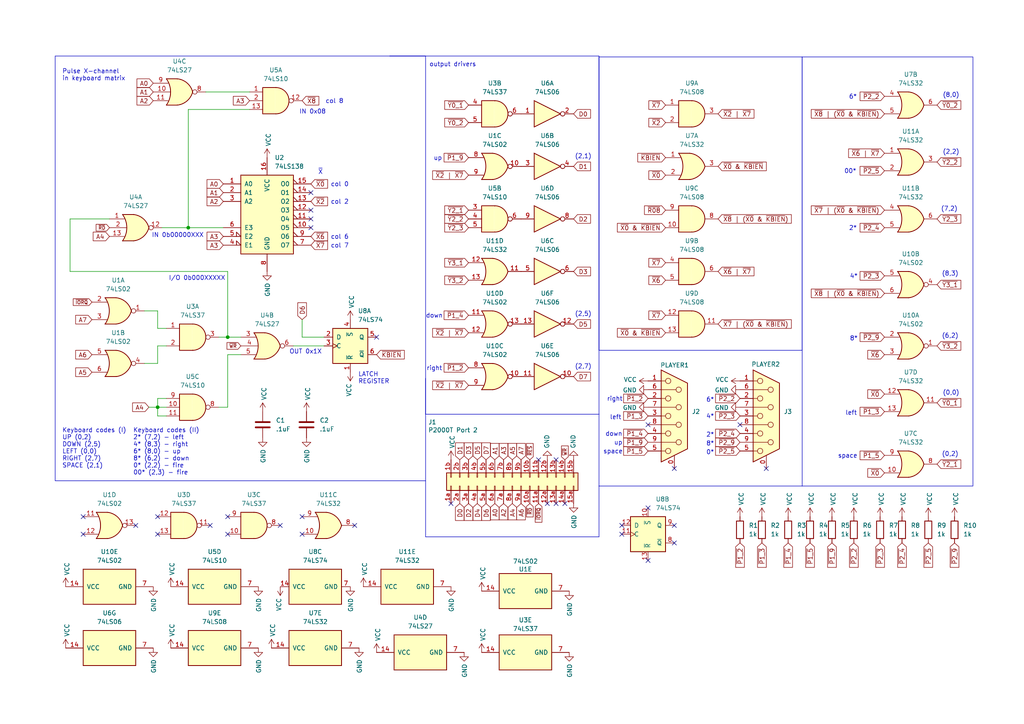
<source format=kicad_sch>
(kicad_sch (version 20231120) (generator "eeschema") (generator_version "8.0")
  (paper "A4")
  (title_block (title "P2000T Joystick Cartridge (PORT 2) - Original design") (date "2025-01-16") (rev "0") (comment 1 "Outdated design using LS-chips - Not recommended"))
  (lib_symbols
    (symbol "74xx:74LS02" (pin_names (offset 1.016))
      (property "Reference" "U" (at 0 1.27 0))
      (property "Value" "74LS02" (at 0 -1.27 0))
      (symbol "74LS02_1_1"
        (pin output inverted (at 7.62 0 180) (length 3.81) (name "~") (number "1"))
        (pin input line (at -7.62 2.54 0) (length 4.318) (name "~") (number "2"))
        (pin input line (at -7.62 -2.54 0) (length 4.318) (name "~") (number "3"))
      )
      (symbol "74LS02_1_2"
        (pin output line (at 7.62 0 180) (length 3.81) (name "~") (number "1"))
        (pin input inverted (at -7.62 2.54 0) (length 3.81) (name "~") (number "2"))
        (pin input inverted (at -7.62 -2.54 0) (length 3.81) (name "~") (number "3"))
      )
      (symbol "74LS02_2_1"
        (pin output inverted (at 7.62 0 180) (length 3.81) (name "~") (number "4"))
        (pin input line (at -7.62 2.54 0) (length 4.318) (name "~") (number "5"))
        (pin input line (at -7.62 -2.54 0) (length 4.318) (name "~") (number "6"))
      )
      (symbol "74LS02_2_2"
        (pin output line (at 7.62 0 180) (length 3.81) (name "~") (number "4"))
        (pin input inverted (at -7.62 2.54 0) (length 3.81) (name "~") (number "5"))
        (pin input inverted (at -7.62 -2.54 0) (length 3.81) (name "~") (number "6"))
      )
      (symbol "74LS02_3_1"
        (pin output inverted (at 7.62 0 180) (length 3.81) (name "~") (number "10"))
        (pin input line (at -7.62 2.54 0) (length 4.318) (name "~") (number "8"))
        (pin input line (at -7.62 -2.54 0) (length 4.318) (name "~") (number "9"))
      )
      (symbol "74LS02_3_2"
        (pin output line (at 7.62 0 180) (length 3.81) (name "~") (number "10"))
        (pin input inverted (at -7.62 2.54 0) (length 3.81) (name "~") (number "8"))
        (pin input inverted (at -7.62 -2.54 0) (length 3.81) (name "~") (number "9"))
      )
      (symbol "74LS02_4_1"
        (pin input line (at -7.62 2.54 0) (length 4.318) (name "~") (number "11"))
        (pin input line (at -7.62 -2.54 0) (length 4.318) (name "~") (number "12"))
        (pin output inverted (at 7.62 0 180) (length 3.81) (name "~") (number "13"))
      )
      (symbol "74LS02_4_2"
        (pin input inverted (at -7.62 2.54 0) (length 3.81) (name "~") (number "11"))
        (pin input inverted (at -7.62 -2.54 0) (length 3.81) (name "~") (number "12"))
        (pin output line (at 7.62 0 180) (length 3.81) (name "~") (number "13"))
      )
      (symbol "74LS02_5_0"
        (pin power_in line (at 0 12.7 270) (length 5.08) (name "VCC") (number "14"))
        (pin power_in line (at 0 -12.7 90) (length 5.08) (name "GND") (number "7"))
      )
    )
    (symbol "74xx:74LS06" (pin_names (offset 1.016))
      (property "Reference" "U" (at 0 1.27 0))
      (property "Value" "74LS06" (at 0 -1.27 0))
      (symbol "74LS06_1_0"
        (pin input line (at -7.62 0 0) (length 3.81) (name "~") (number "1"))
        (pin open_collector inverted (at 7.62 0 180) (length 3.81) (name "~") (number "2"))
      )
      (symbol "74LS06_2_0"
        (pin input line (at -7.62 0 0) (length 3.81) (name "~") (number "3"))
        (pin open_collector inverted (at 7.62 0 180) (length 3.81) (name "~") (number "4"))
      )
      (symbol "74LS06_3_0"
        (pin input line (at -7.62 0 0) (length 3.81) (name "~") (number "5"))
        (pin open_collector inverted (at 7.62 0 180) (length 3.81) (name "~") (number "6"))
      )
      (symbol "74LS06_4_0"
        (pin open_collector inverted (at 7.62 0 180) (length 3.81) (name "~") (number "8"))
        (pin input line (at -7.62 0 0) (length 3.81) (name "~") (number "9"))
      )
      (symbol "74LS06_5_0"
        (pin open_collector inverted (at 7.62 0 180) (length 3.81) (name "~") (number "10"))
        (pin input line (at -7.62 0 0) (length 3.81) (name "~") (number "11"))
      )
      (symbol "74LS06_6_0"
        (pin open_collector inverted (at 7.62 0 180) (length 3.81) (name "~") (number "12"))
        (pin input line (at -7.62 0 0) (length 3.81) (name "~") (number "13"))
      )
      (symbol "74LS06_7_0"
        (pin power_in line (at 0 12.7 270) (length 5.08) (name "VCC") (number "14"))
        (pin power_in line (at 0 -12.7 90) (length 5.08) (name "GND") (number "7"))
      )
    )
    (symbol "74xx:74LS08" (pin_names (offset 1.016))
      (property "Reference" "U" (at 0 1.27 0))
      (property "Value" "74LS08" (at 0 -1.27 0))
      (symbol "74LS08_1_1"
        (pin input line (at -7.62 2.54 0) (length 3.81) (name "~") (number "1"))
        (pin input line (at -7.62 -2.54 0) (length 3.81) (name "~") (number "2"))
        (pin output line (at 7.62 0 180) (length 3.81) (name "~") (number "3"))
      )
      (symbol "74LS08_1_2"
        (pin input inverted (at -7.62 2.54 0) (length 4.318) (name "~") (number "1"))
        (pin input inverted (at -7.62 -2.54 0) (length 4.318) (name "~") (number "2"))
        (pin output inverted (at 7.62 0 180) (length 3.81) (name "~") (number "3"))
      )
      (symbol "74LS08_2_1"
        (pin input line (at -7.62 2.54 0) (length 3.81) (name "~") (number "4"))
        (pin input line (at -7.62 -2.54 0) (length 3.81) (name "~") (number "5"))
        (pin output line (at 7.62 0 180) (length 3.81) (name "~") (number "6"))
      )
      (symbol "74LS08_2_2"
        (pin input inverted (at -7.62 2.54 0) (length 4.318) (name "~") (number "4"))
        (pin input inverted (at -7.62 -2.54 0) (length 4.318) (name "~") (number "5"))
        (pin output inverted (at 7.62 0 180) (length 3.81) (name "~") (number "6"))
      )
      (symbol "74LS08_3_1"
        (pin input line (at -7.62 -2.54 0) (length 3.81) (name "~") (number "10"))
        (pin output line (at 7.62 0 180) (length 3.81) (name "~") (number "8"))
        (pin input line (at -7.62 2.54 0) (length 3.81) (name "~") (number "9"))
      )
      (symbol "74LS08_3_2"
        (pin input inverted (at -7.62 -2.54 0) (length 4.318) (name "~") (number "10"))
        (pin output inverted (at 7.62 0 180) (length 3.81) (name "~") (number "8"))
        (pin input inverted (at -7.62 2.54 0) (length 4.318) (name "~") (number "9"))
      )
      (symbol "74LS08_4_1"
        (pin output line (at 7.62 0 180) (length 3.81) (name "~") (number "11"))
        (pin input line (at -7.62 2.54 0) (length 3.81) (name "~") (number "12"))
        (pin input line (at -7.62 -2.54 0) (length 3.81) (name "~") (number "13"))
      )
      (symbol "74LS08_4_2"
        (pin output inverted (at 7.62 0 180) (length 3.81) (name "~") (number "11"))
        (pin input inverted (at -7.62 2.54 0) (length 4.318) (name "~") (number "12"))
        (pin input inverted (at -7.62 -2.54 0) (length 4.318) (name "~") (number "13"))
      )
      (symbol "74LS08_5_0"
        (pin power_in line (at 0 12.7 270) (length 5.08) (name "VCC") (number "14"))
        (pin power_in line (at 0 -12.7 90) (length 5.08) (name "GND") (number "7"))
      )
    )
    (symbol "74xx:74LS10" (pin_names (offset 1.016))
      (property "Reference" "U" (at 0 1.27 0))
      (property "Value" "74LS10" (at 0 -1.27 0))
      (symbol "74LS10_1_1"
        (pin input line (at -7.62 2.54 0) (length 3.81) (name "~") (number "1"))
        (pin output inverted (at 7.62 0 180) (length 3.81) (name "~") (number "12"))
        (pin input line (at -7.62 -2.54 0) (length 3.81) (name "~") (number "13"))
        (pin input line (at -7.62 0 0) (length 3.81) (name "~") (number "2"))
      )
      (symbol "74LS10_1_2"
        (pin input inverted (at -7.62 2.54 0) (length 4.318) (name "~") (number "1"))
        (pin output line (at 7.62 0 180) (length 3.81) (name "~") (number "12"))
        (pin input inverted (at -7.62 -2.54 0) (length 4.318) (name "~") (number "13"))
        (pin input inverted (at -7.62 0 0) (length 4.953) (name "~") (number "2"))
      )
      (symbol "74LS10_2_1"
        (pin input line (at -7.62 2.54 0) (length 3.81) (name "~") (number "3"))
        (pin input line (at -7.62 0 0) (length 3.81) (name "~") (number "4"))
        (pin input line (at -7.62 -2.54 0) (length 3.81) (name "~") (number "5"))
        (pin output inverted (at 7.62 0 180) (length 3.81) (name "~") (number "6"))
      )
      (symbol "74LS10_2_2"
        (pin input inverted (at -7.62 2.54 0) (length 4.318) (name "~") (number "3"))
        (pin input inverted (at -7.62 0 0) (length 4.953) (name "~") (number "4"))
        (pin input inverted (at -7.62 -2.54 0) (length 4.318) (name "~") (number "5"))
        (pin output line (at 7.62 0 180) (length 3.81) (name "~") (number "6"))
      )
      (symbol "74LS10_3_1"
        (pin input line (at -7.62 0 0) (length 3.81) (name "~") (number "10"))
        (pin input line (at -7.62 -2.54 0) (length 3.81) (name "~") (number "11"))
        (pin output inverted (at 7.62 0 180) (length 3.81) (name "~") (number "8"))
        (pin input line (at -7.62 2.54 0) (length 3.81) (name "~") (number "9"))
      )
      (symbol "74LS10_3_2"
        (pin input inverted (at -7.62 0 0) (length 4.953) (name "~") (number "10"))
        (pin input inverted (at -7.62 -2.54 0) (length 4.318) (name "~") (number "11"))
        (pin output line (at 7.62 0 180) (length 3.81) (name "~") (number "8"))
        (pin input inverted (at -7.62 2.54 0) (length 4.318) (name "~") (number "9"))
      )
      (symbol "74LS10_4_0"
        (pin power_in line (at 0 12.7 270) (length 5.08) (name "VCC") (number "14"))
        (pin power_in line (at 0 -12.7 90) (length 5.08) (name "GND") (number "7"))
      )
    )
    (symbol "74xx:74LS138" (pin_names (offset 1.016))
      (property "Reference" "U" (at -7.62 11.43 0))
      (property "Value" "74LS138" (at -7.62 -13.97 0))
      (symbol "74LS138_1_0"
        (pin input line (at -12.7 7.62 0) (length 5.08) (name "A0") (number "1"))
        (pin output output_low (at 12.7 -5.08 180) (length 5.08) (name "O5") (number "10"))
        (pin output output_low (at 12.7 -2.54 180) (length 5.08) (name "O4") (number "11"))
        (pin output output_low (at 12.7 0 180) (length 5.08) (name "O3") (number "12"))
        (pin output output_low (at 12.7 2.54 180) (length 5.08) (name "O2") (number "13"))
        (pin output output_low (at 12.7 5.08 180) (length 5.08) (name "O1") (number "14"))
        (pin output output_low (at 12.7 7.62 180) (length 5.08) (name "O0") (number "15"))
        (pin power_in line (at 0 15.24 270) (length 5.08) (name "VCC") (number "16"))
        (pin input line (at -12.7 5.08 0) (length 5.08) (name "A1") (number "2"))
        (pin input line (at -12.7 2.54 0) (length 5.08) (name "A2") (number "3"))
        (pin input input_low (at -12.7 -10.16 0) (length 5.08) (name "E1") (number "4"))
        (pin input input_low (at -12.7 -7.62 0) (length 5.08) (name "E2") (number "5"))
        (pin input line (at -12.7 -5.08 0) (length 5.08) (name "E3") (number "6"))
        (pin output output_low (at 12.7 -10.16 180) (length 5.08) (name "O7") (number "7"))
        (pin power_in line (at 0 -17.78 90) (length 5.08) (name "GND") (number "8"))
        (pin output output_low (at 12.7 -7.62 180) (length 5.08) (name "O6") (number "9"))
      )
    )
    (symbol "74xx:74LS27" (pin_names (offset 1.016))
      (property "Reference" "U" (at 0 1.27 0))
      (property "Value" "74LS27" (at 0 -1.27 0))
      (symbol "74LS27_1_1"
        (pin input line (at -7.62 2.54 0) (length 4.318) (name "~") (number "1"))
        (pin output inverted (at 7.62 0 180) (length 3.81) (name "~") (number "12"))
        (pin input line (at -7.62 -2.54 0) (length 4.318) (name "~") (number "13"))
        (pin input line (at -7.62 0 0) (length 4.953) (name "~") (number "2"))
      )
      (symbol "74LS27_1_2"
        (pin input inverted (at -7.62 2.54 0) (length 3.81) (name "~") (number "1"))
        (pin output line (at 7.62 0 180) (length 3.81) (name "~") (number "12"))
        (pin input inverted (at -7.62 -2.54 0) (length 3.81) (name "~") (number "13"))
        (pin input inverted (at -7.62 0 0) (length 3.81) (name "~") (number "2"))
      )
      (symbol "74LS27_2_1"
        (pin input line (at -7.62 2.54 0) (length 4.318) (name "~") (number "3"))
        (pin input line (at -7.62 0 0) (length 4.953) (name "~") (number "4"))
        (pin input line (at -7.62 -2.54 0) (length 4.318) (name "~") (number "5"))
        (pin output inverted (at 7.62 0 180) (length 3.81) (name "~") (number "6"))
      )
      (symbol "74LS27_2_2"
        (pin input inverted (at -7.62 2.54 0) (length 3.81) (name "~") (number "3"))
        (pin input inverted (at -7.62 0 0) (length 3.81) (name "~") (number "4"))
        (pin input inverted (at -7.62 -2.54 0) (length 3.81) (name "~") (number "5"))
        (pin output line (at 7.62 0 180) (length 3.81) (name "~") (number "6"))
      )
      (symbol "74LS27_3_1"
        (pin input line (at -7.62 0 0) (length 4.953) (name "~") (number "10"))
        (pin input line (at -7.62 -2.54 0) (length 4.318) (name "~") (number "11"))
        (pin output inverted (at 7.62 0 180) (length 3.81) (name "~") (number "8"))
        (pin input line (at -7.62 2.54 0) (length 4.318) (name "~") (number "9"))
      )
      (symbol "74LS27_3_2"
        (pin input inverted (at -7.62 0 0) (length 3.81) (name "~") (number "10"))
        (pin input inverted (at -7.62 -2.54 0) (length 3.81) (name "~") (number "11"))
        (pin output line (at 7.62 0 180) (length 3.81) (name "~") (number "8"))
        (pin input inverted (at -7.62 2.54 0) (length 3.81) (name "~") (number "9"))
      )
      (symbol "74LS27_4_0"
        (pin power_in line (at 0 12.7 270) (length 5.08) (name "VCC") (number "14"))
        (pin power_in line (at 0 -12.7 90) (length 5.08) (name "GND") (number "7"))
      )
    )
    (symbol "74xx:74LS32" (pin_names (offset 1.016))
      (property "Reference" "U" (at 0 1.27 0))
      (property "Value" "74LS32" (at 0 -1.27 0))
      (symbol "74LS32_1_1"
        (pin input line (at -7.62 2.54 0) (length 4.318) (name "~") (number "1"))
        (pin input line (at -7.62 -2.54 0) (length 4.318) (name "~") (number "2"))
        (pin output line (at 7.62 0 180) (length 3.81) (name "~") (number "3"))
      )
      (symbol "74LS32_1_2"
        (pin input inverted (at -7.62 2.54 0) (length 3.81) (name "~") (number "1"))
        (pin input inverted (at -7.62 -2.54 0) (length 3.81) (name "~") (number "2"))
        (pin output inverted (at 7.62 0 180) (length 3.81) (name "~") (number "3"))
      )
      (symbol "74LS32_2_1"
        (pin input line (at -7.62 2.54 0) (length 4.318) (name "~") (number "4"))
        (pin input line (at -7.62 -2.54 0) (length 4.318) (name "~") (number "5"))
        (pin output line (at 7.62 0 180) (length 3.81) (name "~") (number "6"))
      )
      (symbol "74LS32_2_2"
        (pin input inverted (at -7.62 2.54 0) (length 3.81) (name "~") (number "4"))
        (pin input inverted (at -7.62 -2.54 0) (length 3.81) (name "~") (number "5"))
        (pin output inverted (at 7.62 0 180) (length 3.81) (name "~") (number "6"))
      )
      (symbol "74LS32_3_1"
        (pin input line (at -7.62 -2.54 0) (length 4.318) (name "~") (number "10"))
        (pin output line (at 7.62 0 180) (length 3.81) (name "~") (number "8"))
        (pin input line (at -7.62 2.54 0) (length 4.318) (name "~") (number "9"))
      )
      (symbol "74LS32_3_2"
        (pin input inverted (at -7.62 -2.54 0) (length 3.81) (name "~") (number "10"))
        (pin output inverted (at 7.62 0 180) (length 3.81) (name "~") (number "8"))
        (pin input inverted (at -7.62 2.54 0) (length 3.81) (name "~") (number "9"))
      )
      (symbol "74LS32_4_1"
        (pin output line (at 7.62 0 180) (length 3.81) (name "~") (number "11"))
        (pin input line (at -7.62 2.54 0) (length 4.318) (name "~") (number "12"))
        (pin input line (at -7.62 -2.54 0) (length 4.318) (name "~") (number "13"))
      )
      (symbol "74LS32_4_2"
        (pin output inverted (at 7.62 0 180) (length 3.81) (name "~") (number "11"))
        (pin input inverted (at -7.62 2.54 0) (length 3.81) (name "~") (number "12"))
        (pin input inverted (at -7.62 -2.54 0) (length 3.81) (name "~") (number "13"))
      )
      (symbol "74LS32_5_0"
        (pin power_in line (at 0 12.7 270) (length 5.08) (name "VCC") (number "14"))
        (pin power_in line (at 0 -12.7 90) (length 5.08) (name "GND") (number "7"))
      )
    )
    (symbol "74xx:74LS37" (pin_names (offset 1.016))
      (property "Reference" "U" (at 0 1.27 0))
      (property "Value" "74LS37" (at 0 -1.27 0))
      (symbol "74LS37_1_1"
        (pin input line (at -7.62 2.54 0) (length 3.81) (name "~") (number "1"))
        (pin input line (at -7.62 -2.54 0) (length 3.81) (name "~") (number "2"))
        (pin output inverted (at 7.62 0 180) (length 3.81) (name "~") (number "3"))
      )
      (symbol "74LS37_1_2"
        (pin input inverted (at -7.62 2.54 0) (length 4.318) (name "~") (number "1"))
        (pin input inverted (at -7.62 -2.54 0) (length 4.318) (name "~") (number "2"))
        (pin output line (at 7.62 0 180) (length 3.81) (name "~") (number "3"))
      )
      (symbol "74LS37_2_1"
        (pin input line (at -7.62 2.54 0) (length 3.81) (name "~") (number "4"))
        (pin input line (at -7.62 -2.54 0) (length 3.81) (name "~") (number "5"))
        (pin output inverted (at 7.62 0 180) (length 3.81) (name "~") (number "6"))
      )
      (symbol "74LS37_2_2"
        (pin input inverted (at -7.62 2.54 0) (length 4.318) (name "~") (number "4"))
        (pin input inverted (at -7.62 -2.54 0) (length 4.318) (name "~") (number "5"))
        (pin output line (at 7.62 0 180) (length 3.81) (name "~") (number "6"))
      )
      (symbol "74LS37_3_1"
        (pin input line (at -7.62 -2.54 0) (length 3.81) (name "~") (number "10"))
        (pin output inverted (at 7.62 0 180) (length 3.81) (name "~") (number "8"))
        (pin input line (at -7.62 2.54 0) (length 3.81) (name "~") (number "9"))
      )
      (symbol "74LS37_3_2"
        (pin input inverted (at -7.62 -2.54 0) (length 4.318) (name "~") (number "10"))
        (pin output line (at 7.62 0 180) (length 3.81) (name "~") (number "8"))
        (pin input inverted (at -7.62 2.54 0) (length 4.318) (name "~") (number "9"))
      )
      (symbol "74LS37_4_1"
        (pin output inverted (at 7.62 0 180) (length 3.81) (name "~") (number "11"))
        (pin input line (at -7.62 2.54 0) (length 3.81) (name "~") (number "12"))
        (pin input line (at -7.62 -2.54 0) (length 3.81) (name "~") (number "13"))
      )
      (symbol "74LS37_4_2"
        (pin output line (at 7.62 0 180) (length 3.81) (name "~") (number "11"))
        (pin input inverted (at -7.62 2.54 0) (length 4.318) (name "~") (number "12"))
        (pin input inverted (at -7.62 -2.54 0) (length 4.318) (name "~") (number "13"))
      )
      (symbol "74LS37_5_0"
        (pin power_in line (at 0 12.7 270) (length 5.08) (name "VCC") (number "14"))
        (pin power_in line (at 0 -12.7 90) (length 5.08) (name "GND") (number "7"))
      )
    )
    (symbol "74xx:74LS74" (pin_names (offset 1.016))
      (property "Reference" "U" (at -7.62 8.89 0))
      (property "Value" "74LS74" (at -7.62 -8.89 0))
      (symbol "74LS74_1_0"
        (pin input line (at 0 -7.62 90) (length 2.54) (name "~{R}") (number "1"))
        (pin input line (at -7.62 2.54 0) (length 2.54) (name "D") (number "2"))
        (pin input clock (at -7.62 0 0) (length 2.54) (name "C") (number "3"))
        (pin input line (at 0 7.62 270) (length 2.54) (name "~{S}") (number "4"))
        (pin output line (at 7.62 2.54 180) (length 2.54) (name "Q") (number "5"))
        (pin output line (at 7.62 -2.54 180) (length 2.54) (name "~{Q}") (number "6"))
      )
      (symbol "74LS74_2_0"
        (pin input line (at 0 7.62 270) (length 2.54) (name "~{S}") (number "10"))
        (pin input clock (at -7.62 0 0) (length 2.54) (name "C") (number "11"))
        (pin input line (at -7.62 2.54 0) (length 2.54) (name "D") (number "12"))
        (pin input line (at 0 -7.62 90) (length 2.54) (name "~{R}") (number "13"))
        (pin output line (at 7.62 -2.54 180) (length 2.54) (name "~{Q}") (number "8"))
        (pin output line (at 7.62 2.54 180) (length 2.54) (name "Q") (number "9"))
      )
      (symbol "74LS74_3_0"
        (pin power_in line (at 0 10.16 270) (length 2.54) (name "VCC") (number "14"))
        (pin power_in line (at 0 -10.16 90) (length 2.54) (name "GND") (number "7"))
      )
    )
    (symbol "Connector:DE9_Receptacle_MountingHoles" (pin_names (offset 1.016) hide)
      (property "Reference" "J" (at 0 16.51 0))
      (property "Value" "DE9_Receptacle_MountingHoles" (at 0 14.605 0))
      (symbol "DE9_Receptacle_MountingHoles_1_1"
        (pin passive line (at 0 -15.24 90) (length 3.81) (name "PAD") (number "0"))
        (pin passive line (at -7.62 10.16 0) (length 3.81) (name "1") (number "1"))
        (pin passive line (at -7.62 5.08 0) (length 3.81) (name "2") (number "2"))
        (pin passive line (at -7.62 0 0) (length 3.81) (name "3") (number "3"))
        (pin passive line (at -7.62 -5.08 0) (length 3.81) (name "4") (number "4"))
        (pin passive line (at -7.62 -10.16 0) (length 3.81) (name "5") (number "5"))
        (pin passive line (at -7.62 7.62 0) (length 3.81) (name "6") (number "6"))
        (pin passive line (at -7.62 2.54 0) (length 3.81) (name "7") (number "7"))
        (pin passive line (at -7.62 -2.54 0) (length 3.81) (name "8") (number "8"))
        (pin passive line (at -7.62 -7.62 0) (length 3.81) (name "9") (number "9"))
      )
    )
    (symbol "Connector_Generic:Conn_02x15_Row_Letter_Last" (pin_names (offset 1.016) hide)
      (property "Reference" "J" (at 1.27 20.32 0))
      (property "Value" "Conn_02x15_Row_Letter_Last" (at 1.27 -20.32 0))
      (symbol "Conn_02x15_Row_Letter_Last_1_1"
        (pin passive line (at -5.08 -5.08 0) (length 3.81) (name "Pin_10a") (number "10a"))
        (pin passive line (at 7.62 -5.08 180) (length 3.81) (name "Pin_10b") (number "10b"))
        (pin passive line (at -5.08 -7.62 0) (length 3.81) (name "Pin_11a") (number "11a"))
        (pin passive line (at 7.62 -7.62 180) (length 3.81) (name "Pin_11b") (number "11b"))
        (pin passive line (at -5.08 -10.16 0) (length 3.81) (name "Pin_12a") (number "12a"))
        (pin passive line (at 7.62 -10.16 180) (length 3.81) (name "Pin_12b") (number "12b"))
        (pin passive line (at -5.08 -12.7 0) (length 3.81) (name "Pin_13a") (number "13a"))
        (pin passive line (at 7.62 -12.7 180) (length 3.81) (name "Pin_13b") (number "13b"))
        (pin passive line (at -5.08 -15.24 0) (length 3.81) (name "Pin_14a") (number "14a"))
        (pin passive line (at 7.62 -15.24 180) (length 3.81) (name "Pin_14b") (number "14b"))
        (pin passive line (at -5.08 -17.78 0) (length 3.81) (name "Pin_15a") (number "15a"))
        (pin passive line (at 7.62 -17.78 180) (length 3.81) (name "Pin_15b") (number "15b"))
        (pin passive line (at -5.08 17.78 0) (length 3.81) (name "Pin_1a") (number "1a"))
        (pin passive line (at 7.62 17.78 180) (length 3.81) (name "Pin_1b") (number "1b"))
        (pin passive line (at -5.08 15.24 0) (length 3.81) (name "Pin_2a") (number "2a"))
        (pin passive line (at 7.62 15.24 180) (length 3.81) (name "Pin_2b") (number "2b"))
        (pin passive line (at -5.08 12.7 0) (length 3.81) (name "Pin_3a") (number "3a"))
        (pin passive line (at 7.62 12.7 180) (length 3.81) (name "Pin_3b") (number "3b"))
        (pin passive line (at -5.08 10.16 0) (length 3.81) (name "Pin_4a") (number "4a"))
        (pin passive line (at 7.62 10.16 180) (length 3.81) (name "Pin_4b") (number "4b"))
        (pin passive line (at -5.08 7.62 0) (length 3.81) (name "Pin_5a") (number "5a"))
        (pin passive line (at 7.62 7.62 180) (length 3.81) (name "Pin_5b") (number "5b"))
        (pin passive line (at -5.08 5.08 0) (length 3.81) (name "Pin_6a") (number "6a"))
        (pin passive line (at 7.62 5.08 180) (length 3.81) (name "Pin_6b") (number "6b"))
        (pin passive line (at -5.08 2.54 0) (length 3.81) (name "Pin_7a") (number "7a"))
        (pin passive line (at 7.62 2.54 180) (length 3.81) (name "Pin_7b") (number "7b"))
        (pin passive line (at -5.08 0 0) (length 3.81) (name "Pin_8a") (number "8a"))
        (pin passive line (at 7.62 0 180) (length 3.81) (name "Pin_8b") (number "8b"))
        (pin passive line (at -5.08 -2.54 0) (length 3.81) (name "Pin_9a") (number "9a"))
        (pin passive line (at 7.62 -2.54 180) (length 3.81) (name "Pin_9b") (number "9b"))
      )
    )
    (symbol "Device:C" (pin_numbers hide) (pin_names (offset 0.254))
      (property "Reference" "C" (at 0.635 2.54 0))
      (property "Value" "C" (at 0.635 -2.54 0))
      (symbol "C_1_1"
        (pin passive line (at 0 3.81 270) (length 2.794) (name "~") (number "1"))
        (pin passive line (at 0 -3.81 90) (length 2.794) (name "~") (number "2"))
      )
    )
    (symbol "Device:R" (pin_numbers hide) (pin_names (offset 0))
      (property "Reference" "R" (at 2.032 0 90))
      (property "Value" "R" (at 0 0 90))
      (symbol "R_1_1"
        (pin passive line (at 0 3.81 270) (length 1.27) (name "~") (number "1"))
        (pin passive line (at 0 -3.81 90) (length 1.27) (name "~") (number "2"))
      )
    )
    (symbol "power:GND" (power) (pin_names (offset 0))
      (property "Value" "GND" (at 0 -3.81 0))
      (symbol "GND_1_1"
        (pin power_in line (at 0 0 270) (length 0) hide (name "GND") (number "1"))
      )
    )
    (symbol "power:VCC" (power) (pin_names (offset 0))
      (property "Value" "VCC" (at 0 3.81 0))
      (symbol "VCC_1_1"
        (pin power_in line (at 0 0 90) (length 0) hide (name "VCC") (number "1"))
      )
    )
  )
  (junction (at 66.04 97.79))
  (junction (at 54.61 66.04))
  (junction (at 45.72 118.11))
  (no_connect (at 109.22 97.79))
  (no_connect (at 163.83 146.05))
  (no_connect (at 90.17 63.5))
  (no_connect (at 187.96 123.19))
  (no_connect (at 195.58 135.89))
  (no_connect (at 90.17 66.04))
  (no_connect (at 214.63 123.19))
  (no_connect (at 39.37 152.4))
  (no_connect (at 161.29 133.35))
  (no_connect (at 187.96 162.56))
  (no_connect (at 102.87 152.4))
  (no_connect (at 66.04 149.86))
  (no_connect (at 130.81 146.05))
  (no_connect (at 60.96 152.4))
  (no_connect (at 87.63 154.94))
  (no_connect (at 45.72 149.86))
  (no_connect (at 90.17 55.88))
  (no_connect (at 187.96 147.32))
  (no_connect (at 195.58 157.48))
  (no_connect (at 66.04 154.94))
  (no_connect (at 87.63 149.86))
  (no_connect (at 45.72 154.94))
  (no_connect (at 81.28 152.4))
  (no_connect (at 180.34 154.94))
  (no_connect (at 195.58 152.4))
  (no_connect (at 24.13 149.86))
  (no_connect (at 158.75 146.05))
  (no_connect (at 156.21 133.35))
  (no_connect (at 180.34 152.4))
  (no_connect (at 90.17 60.96))
  (no_connect (at 222.25 135.89))
  (no_connect (at 161.29 146.05))
  (no_connect (at 24.13 154.94))
  (wire (pts (xy 66.04 97.79) (xy 66.04 78.74)))
  (polyline (pts (xy 123.444 109.728) (xy 123.444 120.142)))
  (wire (pts (xy 45.72 95.25) (xy 48.26 95.25)))
  (wire (pts (xy 59.69 26.67) (xy 72.39 26.67)))
  (wire (pts (xy 54.61 66.04) (xy 64.77 66.04)))
  (polyline (pts (xy 173.736 120.142) (xy 173.736 140.97)))
  (wire (pts (xy 45.72 100.33) (xy 48.26 100.33)))
  (wire (pts (xy 45.72 118.11) (xy 45.72 115.57)))
  (wire (pts (xy 46.99 66.04) (xy 54.61 66.04)))
  (polyline (pts (xy 123.444 155.702) (xy 173.736 155.702)))
  (wire (pts (xy 20.32 78.74) (xy 20.32 63.5)))
  (wire (pts (xy 45.72 118.11) (xy 48.26 118.11)))
  (wire (pts (xy 63.5 118.11) (xy 66.04 118.11)))
  (polyline (pts (xy 173.736 140.97) (xy 232.664 140.97)))
  (wire (pts (xy 45.72 118.11) (xy 45.72 120.65)))
  (wire (pts (xy 45.72 105.41) (xy 45.72 100.33)))
  (wire (pts (xy 66.04 97.79) (xy 69.85 97.79)))
  (wire (pts (xy 45.72 95.25) (xy 45.72 90.17)))
  (wire (pts (xy 63.5 97.79) (xy 66.04 97.79)))
  (wire (pts (xy 87.63 97.79) (xy 93.98 97.79)))
  (wire (pts (xy 43.18 118.11) (xy 45.72 118.11)))
  (wire (pts (xy 85.09 100.33) (xy 93.98 100.33)))
  (wire (pts (xy 54.61 66.04) (xy 54.61 31.75)))
  (polyline (pts (xy 173.736 155.702) (xy 173.736 140.97)))
  (polyline (pts (xy 123.444 139.446) (xy 123.444 155.702)))
  (polyline (pts (xy 113.03 16.256) (xy 173.736 16.256)))
  (wire (pts (xy 45.72 90.17) (xy 41.91 90.17)))
  (wire (pts (xy 45.72 115.57) (xy 48.26 115.57)))
  (wire (pts (xy 20.32 63.5) (xy 31.75 63.5)))
  (wire (pts (xy 54.61 31.75) (xy 72.39 31.75)))
  (wire (pts (xy 66.04 118.11) (xy 66.04 102.87)))
  (wire (pts (xy 66.04 102.87) (xy 69.85 102.87)))
  (wire (pts (xy 41.91 105.41) (xy 45.72 105.41)))
  (wire (pts (xy 66.04 78.74) (xy 20.32 78.74)))
  (wire (pts (xy 87.63 92.71) (xy 87.63 97.79)))
  (polyline (pts (xy 173.736 120.142) (xy 123.444 120.142)))
  (wire (pts (xy 45.72 120.65) (xy 48.26 120.65)))
  (polyline (pts (xy 173.736 16.256) (xy 173.736 120.142)))
  (rectangle (start 232.664 16.51) (end 282.194 140.97))
  (rectangle (start 16.002 16.256) (end 123.444 139.446))
  (rectangle (start 173.736 16.51) (end 232.664 101.6))
  (text "right" (at 125.984 106.934 0) (effects (font (size 1.27 1.27))))
  (text "2*" (at 205.994 126.238 0) (effects (font (size 1.27 1.27))))
  (text "left" (at 246.888 119.888 0) (effects (font (size 1.27 1.27))))
  (text "(8,3)" (at 275.59 79.502 0) (effects (font (size 1.27 1.27))))
  (text "Keyboard codes (I)\nUP (0,2)\nDOWN (2,5)\nLEFT (0,0)\nRIGHT (2,7)\nSPACE (2,1)" (at 18.034 130.048 0) (effects (font (size 1.27 1.27)) (justify left)))
  (text "(2,1)" (at 169.164 45.466 0) (effects (font (size 1.27 1.27))))
  (text "4*" (at 205.994 120.904 0) (effects (font (size 1.27 1.27))))
  (text "up" (at 127 45.974 0) (effects (font (size 1.27 1.27))))
  (text "down" (at 178.054 125.984 0) (effects (font (size 1.27 1.27))))
  (text "up" (at 179.324 128.524 0) (effects (font (size 1.27 1.27))))
  (text "6*" (at 247.396 28.194 0) (effects (font (size 1.27 1.27))))
  (text "(0,2)" (at 275.59 131.826 0) (effects (font (size 1.27 1.27))))
  (text "~{X}" (at 92.964 50.038 0) (effects (font (size 1.27 1.27))))
  (text "col 0" (at 98.552 53.594 0) (effects (font (size 1.27 1.27))))
  (text "col 7" (at 98.552 71.374 0) (effects (font (size 1.27 1.27))))
  (text "2*" (at 247.396 66.294 0) (effects (font (size 1.27 1.27))))
  (text "space" (at 245.872 132.334 0) (effects (font (size 1.27 1.27))))
  (text "(0,0)" (at 275.844 114.046 0) (effects (font (size 1.27 1.27))))
  (text "space" (at 177.8 131.064 0) (effects (font (size 1.27 1.27))))
  (text "(2,2)" (at 275.844 44.196 0) (effects (font (size 1.27 1.27))))
  (text "8*" (at 205.994 128.778 0) (effects (font (size 1.27 1.27))))
  (text "LATCH\nREGISTER" (at 103.886 109.728 0) (effects (font (size 1.27 1.27)) (justify left)))
  (text "OUT 0x1X" (at 88.646 102.108 0) (effects (font (size 1.27 1.27))))
  (text "Pulse X-channel\nin keyboard matrix" (at 18.034 21.844 0) (effects (font (size 1.27 1.27)) (justify left)))
  (text "00*" (at 246.634 49.784 0) (effects (font (size 1.27 1.27))))
  (text "(7,2)" (at 275.336 60.706 0) (effects (font (size 1.27 1.27))))
  (text "IN 0b00000XXX" (at 51.562 68.326 0) (effects (font (size 1.27 1.27))))
  (text "down" (at 125.984 91.694 0) (effects (font (size 1.27 1.27))))
  (text "left" (at 178.562 121.158 0) (effects (font (size 1.27 1.27))))
  (text "output drivers" (at 131.318 18.796 0) (effects (font (size 1.27 1.27))))
  (text "Keyboard codes (II)\n2* (7,2) - left\n4* (8,3) - right\n6* (8,0) - up\n8* (6,2) - down\n0* (2,2) - fire\n00* (2,3) - fire" (at 38.608 131.064 0) (effects (font (size 1.27 1.27)) (justify left)))
  (text "8*" (at 247.65 98.298 0) (effects (font (size 1.27 1.27))))
  (text "(2,7)" (at 169.164 106.426 0) (effects (font (size 1.27 1.27))))
  (text "6*" (at 205.994 116.078 0) (effects (font (size 1.27 1.27))))
  (text "col 2" (at 98.552 58.674 0) (effects (font (size 1.27 1.27))))
  (text "I/O 0b000XXXXX" (at 57.15 80.772 0) (effects (font (size 1.27 1.27))))
  (text "col 8" (at 97.028 29.464 0) (effects (font (size 1.27 1.27))))
  (text "0*" (at 205.994 131.318 0) (effects (font (size 1.27 1.27))))
  (text "right" (at 178.308 115.824 0) (effects (font (size 1.27 1.27))))
  (text "IN 0x08" (at 90.678 32.512 0) (effects (font (size 1.27 1.27))))
  (text "4*" (at 247.65 80.264 0) (effects (font (size 1.27 1.27))))
  (text "(6,2)" (at 275.59 97.536 0) (effects (font (size 1.27 1.27))))
  (text "(8,0)" (at 275.844 27.686 0) (effects (font (size 1.27 1.27))))
  (text "(2,5)" (at 169.164 91.186 0) (effects (font (size 1.27 1.27))))
  (text "col 6" (at 98.552 68.834 0) (effects (font (size 1.27 1.27))))
  (global_label "~{X6} | ~{X7}" (shape input) (at 208.28 78.74 0) (property "Intersheetrefs" "${INTERSHEET_REFS}" (effects (hide yes))))
  (global_label "A2" (shape input) (at 64.77 58.42 180) (property "Intersheetrefs" "${INTERSHEET_REFS}" (effects (hide yes))))
  (global_label "~{KBIEN}" (shape input) (at 109.22 102.87 0) (property "Intersheetrefs" "${INTERSHEET_REFS}" (effects (hide yes))))
  (global_label "A7" (shape input) (at 151.13 133.35 90) (property "Intersheetrefs" "${INTERSHEET_REFS}" (effects (hide yes))))
  (global_label "~{Y0_2}" (shape input) (at 271.78 30.48 0) (property "Intersheetrefs" "${INTERSHEET_REFS}" (effects (hide yes))))
  (global_label "~{Y2_1}" (shape input) (at 271.78 134.62 0) (property "Intersheetrefs" "${INTERSHEET_REFS}" (effects (hide yes))))
  (global_label "~{Y2_2}" (shape input) (at 271.78 46.99 0) (property "Intersheetrefs" "${INTERSHEET_REFS}" (effects (hide yes))))
  (global_label "D2" (shape input) (at 166.37 63.5 0) (property "Intersheetrefs" "${INTERSHEET_REFS}" (effects (hide yes))))
  (global_label "A0" (shape input) (at 64.77 53.34 180) (property "Intersheetrefs" "${INTERSHEET_REFS}" (effects (hide yes))))
  (global_label "D1" (shape input) (at 133.35 133.35 90) (property "Intersheetrefs" "${INTERSHEET_REFS}" (effects (hide yes))))
  (global_label "~{X8} | (~{X0} & ~{KBIEN})" (shape input) (at 208.28 63.5 0) (property "Intersheetrefs" "${INTERSHEET_REFS}" (effects (hide yes))))
  (global_label "~{P2_4}" (shape input) (at 256.54 66.04 180) (property "Intersheetrefs" "${INTERSHEET_REFS}" (effects (hide yes))))
  (global_label "D6" (shape input) (at 140.97 146.05 270) (property "Intersheetrefs" "${INTERSHEET_REFS}" (effects (hide yes))))
  (global_label "~{P1_4}" (shape input) (at 135.89 91.44 180) (property "Intersheetrefs" "${INTERSHEET_REFS}" (effects (hide yes))))
  (global_label "~{P2_2}" (shape input) (at 214.63 115.57 180) (property "Intersheetrefs" "${INTERSHEET_REFS}" (effects (hide yes))))
  (global_label "~{Y0_2}" (shape input) (at 135.89 35.56 180) (property "Intersheetrefs" "${INTERSHEET_REFS}" (effects (hide yes))))
  (global_label "~{X6}" (shape input) (at 193.04 81.28 180) (property "Intersheetrefs" "${INTERSHEET_REFS}" (effects (hide yes))))
  (global_label "~{Y3_1}" (shape input) (at 271.78 82.55 0) (property "Intersheetrefs" "${INTERSHEET_REFS}" (effects (hide yes))))
  (global_label "~{X7}" (shape input) (at 193.04 76.2 180) (property "Intersheetrefs" "${INTERSHEET_REFS}" (effects (hide yes))))
  (global_label "~{Y2_2}" (shape input) (at 135.89 63.5 180) (property "Intersheetrefs" "${INTERSHEET_REFS}" (effects (hide yes))))
  (global_label "~{Y3_2}" (shape input) (at 135.89 81.28 180) (property "Intersheetrefs" "${INTERSHEET_REFS}" (effects (hide yes))))
  (global_label "D6" (shape input) (at 87.63 92.71 90) (property "Intersheetrefs" "${INTERSHEET_REFS}" (effects (hide yes))))
  (global_label "~{P1_4}" (shape input) (at 228.6 157.48 270) (property "Intersheetrefs" "${INTERSHEET_REFS}" (effects (hide yes))))
  (global_label "~{P1_3}" (shape input) (at 256.54 119.38 180) (property "Intersheetrefs" "${INTERSHEET_REFS}" (effects (hide yes))))
  (global_label "~{P1_2}" (shape input) (at 187.96 115.57 180) (property "Intersheetrefs" "${INTERSHEET_REFS}" (effects (hide yes))))
  (global_label "A4" (shape input) (at 43.18 118.11 180) (property "Intersheetrefs" "${INTERSHEET_REFS}" (effects (hide yes))))
  (global_label "~{X6}" (shape input) (at 256.54 102.87 180) (property "Intersheetrefs" "${INTERSHEET_REFS}" (effects (hide yes))))
  (global_label "~{X6} | ~{X7}" (shape input) (at 256.54 44.45 180) (property "Intersheetrefs" "${INTERSHEET_REFS}" (effects (hide yes))))
  (global_label "~{P2_2}" (shape input) (at 256.54 27.94 180) (property "Intersheetrefs" "${INTERSHEET_REFS}" (effects (hide yes))))
  (global_label "A4" (shape input) (at 31.75 68.58 180) (property "Intersheetrefs" "${INTERSHEET_REFS}" (effects (hide yes))))
  (global_label "A1" (shape input) (at 64.77 55.88 180) (property "Intersheetrefs" "${INTERSHEET_REFS}" (effects (hide yes))))
  (global_label "~{P1_9}" (shape input) (at 187.96 128.27 180) (property "Intersheetrefs" "${INTERSHEET_REFS}" (effects (hide yes))))
  (global_label "~{Y0_1}" (shape input) (at 271.78 116.84 0) (property "Intersheetrefs" "${INTERSHEET_REFS}" (effects (hide yes))))
  (global_label "D5" (shape input) (at 138.43 133.35 90) (property "Intersheetrefs" "${INTERSHEET_REFS}" (effects (hide yes))))
  (global_label "~{P1_3}" (shape input) (at 187.96 120.65 180) (property "Intersheetrefs" "${INTERSHEET_REFS}" (effects (hide yes))))
  (global_label "A6" (shape input) (at 151.13 146.05 270) (property "Intersheetrefs" "${INTERSHEET_REFS}" (effects (hide yes))))
  (global_label "D2" (shape input) (at 135.89 146.05 270) (property "Intersheetrefs" "${INTERSHEET_REFS}" (effects (hide yes))))
  (global_label "~{RES}" (shape input) (at 153.67 133.35 90) (effects (font (size 0.9906 0.9906))) (property "Intersheetrefs" "${INTERSHEET_REFS}" (effects (hide yes))))
  (global_label "~{X2}" (shape input) (at 193.04 35.56 180) (property "Intersheetrefs" "${INTERSHEET_REFS}" (effects (hide yes))))
  (global_label "~{P2_4}" (shape input) (at 261.62 157.48 270) (property "Intersheetrefs" "${INTERSHEET_REFS}" (effects (hide yes))))
  (global_label "~{P1_2}" (shape input) (at 135.89 106.68 180) (property "Intersheetrefs" "${INTERSHEET_REFS}" (effects (hide yes))))
  (global_label "~{Y3_1}" (shape input) (at 135.89 76.2 180) (property "Intersheetrefs" "${INTERSHEET_REFS}" (effects (hide yes))))
  (global_label "~{Y2_1}" (shape input) (at 135.89 60.96 180) (property "Intersheetrefs" "${INTERSHEET_REFS}" (effects (hide yes))))
  (global_label "~{X7}" (shape input) (at 193.04 91.44 180) (property "Intersheetrefs" "${INTERSHEET_REFS}" (effects (hide yes))))
  (global_label "~{P2_9}" (shape input) (at 276.86 157.48 270) (property "Intersheetrefs" "${INTERSHEET_REFS}" (effects (hide yes))))
  (global_label "~{X2} | ~{X7}" (shape input) (at 135.89 96.52 180) (property "Intersheetrefs" "${INTERSHEET_REFS}" (effects (hide yes))))
  (global_label "~{X0}" (shape input) (at 90.17 53.34 0) (property "Intersheetrefs" "${INTERSHEET_REFS}" (effects (hide yes))))
  (global_label "A1" (shape input) (at 143.51 133.35 90) (property "Intersheetrefs" "${INTERSHEET_REFS}" (effects (hide yes))))
  (global_label "~{P2_3}" (shape input) (at 256.54 80.01 180) (property "Intersheetrefs" "${INTERSHEET_REFS}" (effects (hide yes))))
  (global_label "~{P1_5}" (shape input) (at 187.96 130.81 180) (property "Intersheetrefs" "${INTERSHEET_REFS}" (effects (hide yes))))
  (global_label "A5" (shape input) (at 26.67 107.95 180) (property "Intersheetrefs" "${INTERSHEET_REFS}" (effects (hide yes))))
  (global_label "~{X2} | ~{X7}" (shape input) (at 135.89 111.76 180) (property "Intersheetrefs" "${INTERSHEET_REFS}" (effects (hide yes))))
  (global_label "A0" (shape input) (at 44.45 24.13 180) (property "Intersheetrefs" "${INTERSHEET_REFS}" (effects (hide yes))))
  (global_label "~{P1_3}" (shape input) (at 220.98 157.48 270) (property "Intersheetrefs" "${INTERSHEET_REFS}" (effects (hide yes))))
  (global_label "~{X2}" (shape input) (at 90.17 58.42 0) (property "Intersheetrefs" "${INTERSHEET_REFS}" (effects (hide yes))))
  (global_label "D0" (shape input) (at 166.37 33.02 0) (property "Intersheetrefs" "${INTERSHEET_REFS}" (effects (hide yes))))
  (global_label "~{X7}" (shape input) (at 90.17 71.12 0) (property "Intersheetrefs" "${INTERSHEET_REFS}" (effects (hide yes))))
  (global_label "A6" (shape input) (at 26.67 102.87 180) (property "Intersheetrefs" "${INTERSHEET_REFS}" (effects (hide yes))))
  (global_label "A3" (shape input) (at 146.05 133.35 90) (property "Intersheetrefs" "${INTERSHEET_REFS}" (effects (hide yes))))
  (global_label "~{P1_5}" (shape input) (at 234.95 157.48 270) (property "Intersheetrefs" "${INTERSHEET_REFS}" (effects (hide yes))))
  (global_label "A4" (shape input) (at 148.59 146.05 270) (property "Intersheetrefs" "${INTERSHEET_REFS}" (effects (hide yes))))
  (global_label "~{X7} | (~{X0} & ~{KBIEN})" (shape input) (at 208.28 93.98 0) (property "Intersheetrefs" "${INTERSHEET_REFS}" (effects (hide yes))))
  (global_label "~{X2} | ~{X7}" (shape input) (at 208.28 33.02 0) (property "Intersheetrefs" "${INTERSHEET_REFS}" (effects (hide yes))))
  (global_label "~{P2_9}" (shape input) (at 256.54 97.79 180) (property "Intersheetrefs" "${INTERSHEET_REFS}" (effects (hide yes))))
  (global_label "A1" (shape input) (at 44.45 26.67 180) (property "Intersheetrefs" "${INTERSHEET_REFS}" (effects (hide yes))))
  (global_label "D4" (shape input) (at 138.43 146.05 270) (property "Intersheetrefs" "${INTERSHEET_REFS}" (effects (hide yes))))
  (global_label "~{X6}" (shape input) (at 90.17 68.58 0) (property "Intersheetrefs" "${INTERSHEET_REFS}" (effects (hide yes))))
  (global_label "~{Y2_3}" (shape input) (at 135.89 66.04 180) (property "Intersheetrefs" "${INTERSHEET_REFS}" (effects (hide yes))))
  (global_label "~{Y2_3}" (shape input) (at 271.78 63.5 0) (property "Intersheetrefs" "${INTERSHEET_REFS}" (effects (hide yes))))
  (global_label "~{P1_2}" (shape input) (at 214.63 157.48 270) (property "Intersheetrefs" "${INTERSHEET_REFS}" (effects (hide yes))))
  (global_label "~{X7}" (shape input) (at 193.04 30.48 180) (property "Intersheetrefs" "${INTERSHEET_REFS}" (effects (hide yes))))
  (global_label "~{P1_9}" (shape input) (at 135.89 45.72 180) (property "Intersheetrefs" "${INTERSHEET_REFS}" (effects (hide yes))))
  (global_label "~{P1_5}" (shape input) (at 256.54 132.08 180) (property "Intersheetrefs" "${INTERSHEET_REFS}" (effects (hide yes))))
  (global_label "~{P1_9}" (shape input) (at 241.3 157.48 270) (property "Intersheetrefs" "${INTERSHEET_REFS}" (effects (hide yes))))
  (global_label "~{P2_4}" (shape input) (at 214.63 125.73 180) (property "Intersheetrefs" "${INTERSHEET_REFS}" (effects (hide yes))))
  (global_label "A3" (shape input) (at 64.77 71.12 180) (property "Intersheetrefs" "${INTERSHEET_REFS}" (effects (hide yes))))
  (global_label "~{X8}" (shape input) (at 87.63 29.21 0) (property "Intersheetrefs" "${INTERSHEET_REFS}" (effects (hide yes))))
  (global_label "~{Y3_2}" (shape input) (at 271.78 100.33 0) (property "Intersheetrefs" "${INTERSHEET_REFS}" (effects (hide yes))))
  (global_label "D7" (shape input) (at 166.37 109.22 0) (property "Intersheetrefs" "${INTERSHEET_REFS}" (effects (hide yes))))
  (global_label "~{P2_3}" (shape input) (at 255.27 157.48 270) (property "Intersheetrefs" "${INTERSHEET_REFS}" (effects (hide yes))))
  (global_label "D5" (shape input) (at 166.37 93.98 0) (property "Intersheetrefs" "${INTERSHEET_REFS}" (effects (hide yes))))
  (global_label "~{X7} | (~{X0} & ~{KBIEN})" (shape input) (at 256.54 60.96 180) (property "Intersheetrefs" "${INTERSHEET_REFS}" (effects (hide yes))))
  (global_label "~{X0} & ~{KBIEN}" (shape input) (at 193.04 96.52 180) (property "Intersheetrefs" "${INTERSHEET_REFS}" (effects (hide yes))))
  (global_label "~{P2_5}" (shape input) (at 269.24 157.48 270) (property "Intersheetrefs" "${INTERSHEET_REFS}" (effects (hide yes))))
  (global_label "D3" (shape input) (at 135.89 133.35 90) (property "Intersheetrefs" "${INTERSHEET_REFS}" (effects (hide yes))))
  (global_label "A3" (shape input) (at 64.77 68.58 180) (property "Intersheetrefs" "${INTERSHEET_REFS}" (effects (hide yes))))
  (global_label "A2" (shape input) (at 44.45 29.21 180) (property "Intersheetrefs" "${INTERSHEET_REFS}" (effects (hide yes))))
  (global_label "~{X0}" (shape input) (at 256.54 137.16 180) (property "Intersheetrefs" "${INTERSHEET_REFS}" (effects (hide yes))))
  (global_label "A3" (shape input) (at 72.39 29.21 180) (property "Intersheetrefs" "${INTERSHEET_REFS}" (effects (hide yes))))
  (global_label "~{P2_2}" (shape input) (at 247.65 157.48 270) (property "Intersheetrefs" "${INTERSHEET_REFS}" (effects (hide yes))))
  (global_label "~{X0} & ~{KBIEN}" (shape input) (at 208.28 48.26 0) (property "Intersheetrefs" "${INTERSHEET_REFS}" (effects (hide yes))))
  (global_label "~{WR}" (shape input) (at 163.83 133.35 90) (effects (font (size 0.9906 0.9906))) (property "Intersheetrefs" "${INTERSHEET_REFS}" (effects (hide yes))))
  (global_label "~{Y0_1}" (shape input) (at 135.89 30.48 180) (property "Intersheetrefs" "${INTERSHEET_REFS}" (effects (hide yes))))
  (global_label "~{P2_5}" (shape input) (at 214.63 130.81 180) (property "Intersheetrefs" "${INTERSHEET_REFS}" (effects (hide yes))))
  (global_label "~{P2_9}" (shape input) (at 214.63 128.27 180) (property "Intersheetrefs" "${INTERSHEET_REFS}" (effects (hide yes))))
  (global_label "A7" (shape input) (at 26.67 92.71 180) (property "Intersheetrefs" "${INTERSHEET_REFS}" (effects (hide yes))))
  (global_label "D7" (shape input) (at 140.97 133.35 90) (property "Intersheetrefs" "${INTERSHEET_REFS}" (effects (hide yes))))
  (global_label "~{X8} | (~{X0} & ~{KBIEN})" (shape input) (at 256.54 33.02 180) (property "Intersheetrefs" "${INTERSHEET_REFS}" (effects (hide yes))))
  (global_label "A0" (shape input) (at 143.51 146.05 270) (property "Intersheetrefs" "${INTERSHEET_REFS}" (effects (hide yes))))
  (global_label "~{P1_4}" (shape input) (at 187.96 125.73 180) (property "Intersheetrefs" "${INTERSHEET_REFS}" (effects (hide yes))))
  (global_label "~{RD}" (shape input) (at 31.75 66.04 180) (effects (font (size 0.9906 0.9906))) (property "Intersheetrefs" "${INTERSHEET_REFS}" (effects (hide yes))))
  (global_label "~{KBIEN}" (shape input) (at 193.04 45.72 180) (property "Intersheetrefs" "${INTERSHEET_REFS}" (effects (hide yes))))
  (global_label "D0" (shape input) (at 133.35 146.05 270) (property "Intersheetrefs" "${INTERSHEET_REFS}" (effects (hide yes))))
  (global_label "A2" (shape input) (at 146.05 146.05 270) (property "Intersheetrefs" "${INTERSHEET_REFS}" (effects (hide yes))))
  (global_label "~{P2_5}" (shape input) (at 256.54 49.53 180) (property "Intersheetrefs" "${INTERSHEET_REFS}" (effects (hide yes))))
  (global_label "~{X8} | (~{X0} & ~{KBIEN})" (shape input) (at 256.54 85.09 180) (property "Intersheetrefs" "${INTERSHEET_REFS}" (effects (hide yes))))
  (global_label "~{X0} & ~{KBIEN}" (shape input) (at 193.04 66.04 180) (property "Intersheetrefs" "${INTERSHEET_REFS}" (effects (hide yes))))
  (global_label "D3" (shape input) (at 166.37 78.74 0) (property "Intersheetrefs" "${INTERSHEET_REFS}" (effects (hide yes))))
  (global_label "~{X0}" (shape input) (at 193.04 50.8 180) (property "Intersheetrefs" "${INTERSHEET_REFS}" (effects (hide yes))))
  (global_label "~{X2} | ~{X7}" (shape input) (at 135.89 50.8 180) (property "Intersheetrefs" "${INTERSHEET_REFS}" (effects (hide yes))))
  (global_label "~{RD}" (shape input) (at 153.67 146.05 270) (effects (font (size 0.9906 0.9906))) (property "Intersheetrefs" "${INTERSHEET_REFS}" (effects (hide yes))))
  (global_label "A5" (shape input) (at 148.59 133.35 90) (property "Intersheetrefs" "${INTERSHEET_REFS}" (effects (hide yes))))
  (global_label "~{P2_3}" (shape input) (at 214.63 120.65 180) (property "Intersheetrefs" "${INTERSHEET_REFS}" (effects (hide yes))))
  (global_label "D1" (shape input) (at 166.37 48.26 0) (property "Intersheetrefs" "${INTERSHEET_REFS}" (effects (hide yes))))
  (global_label "~{IORQ}" (shape input) (at 156.21 146.05 270) (effects (font (size 0.9906 0.9906))) (property "Intersheetrefs" "${INTERSHEET_REFS}" (effects (hide yes))))
  (global_label "~{IORQ}" (shape input) (at 26.67 87.63 180) (effects (font (size 0.9906 0.9906))) (property "Intersheetrefs" "${INTERSHEET_REFS}" (effects (hide yes))))
  (global_label "~{WR}" (shape input) (at 69.85 100.33 180) (effects (font (size 0.9906 0.9906))) (property "Intersheetrefs" "${INTERSHEET_REFS}" (effects (hide yes))))
  (global_label "~{X0}" (shape input) (at 256.54 114.3 180) (property "Intersheetrefs" "${INTERSHEET_REFS}" (effects (hide yes))))
  (global_label "~{R08}" (shape input) (at 193.04 60.96 180) (property "Intersheetrefs" "${INTERSHEET_REFS}" (effects (hide yes))))
  (symbol (lib_id "power:GND") (at 214.63 118.11 270) (unit 1)
    (property "Reference" "#PWR014" (effects (hide yes)))
    (property "Value" "GND" (at 211.3788 118.237 90) (effects (justify right)))
  )
  (symbol (lib_id "power:GND") (at 74.93 170.18 0) (unit 1)
    (property "Reference" "#PWR018" (effects (hide yes)))
    (property "Value" "GND" (at 75.057 173.4312 90) (effects (justify right)))
  )
  (symbol (lib_id "74xx:74LS02") (at 34.29 90.17 0) (unit 1)
    (property "Reference" "U1" (at 34.29 81.28 0))
    (property "Value" "74LS02" (at 34.29 83.82 0))
    (property "Datasheet" "http://www.ti.com/lit/gpn/sn74ls02" (effects (hide yes)))
    (property "Description" "quad 2-input NOR gate" (effects (hide yes)))
  )
  (symbol (lib_id "Device:R") (at 234.95 153.67 0) (unit 1)
    (property "Reference" "R4" (at 237.49 152.3999 0) (effects (justify left)))
    (property "Value" "1k" (at 237.49 154.9399 0) (effects (justify left)))
    (property "Description" "Resistor" (effects (hide yes)))
  )
  (symbol (lib_id "power:VCC") (at 49.53 187.96 0) (unit 1)
    (property "Reference" "#PWR028" (effects (hide yes)))
    (property "Value" "VCC" (at 49.911 184.7088 90) (effects (justify left)))
  )
  (symbol (lib_id "Device:R") (at 255.27 153.67 0) (unit 1)
    (property "Reference" "R7" (at 257.81 152.3999 0) (effects (justify left)))
    (property "Value" "1k" (at 257.81 154.9399 0) (effects (justify left)))
    (property "Description" "Resistor" (effects (hide yes)))
  )
  (symbol (lib_id "74xx:74LS74") (at 101.6 100.33 0) (unit 1)
    (property "Reference" "U8" (at 103.7941 90.17 0) (effects (justify left)))
    (property "Value" "74LS74" (at 103.7941 92.71 0) (effects (justify left)))
    (property "Datasheet" "74xx/74hc_hct74.pdf" (effects (hide yes)))
    (property "Description" "Dual D Flip-flop, Set & Reset" (effects (hide yes)))
  )
  (symbol (lib_id "74xx:74LS02") (at 143.51 109.22 0) (unit 3)
    (property "Reference" "U10" (at 143.51 100.33 0))
    (property "Value" "74LS02" (at 143.51 102.87 0))
    (property "Datasheet" "http://www.ti.com/lit/gpn/sn74ls02" (effects (hide yes)))
    (property "Description" "quad 2-input NOR gate" (effects (hide yes)))
  )
  (symbol (lib_id "74xx:74LS10") (at 62.23 170.18 90) (unit 4)
    (property "Reference" "U5" (at 62.23 160.02 90))
    (property "Value" "74LS10" (at 62.23 162.56 90))
    (property "Datasheet" "http://www.ti.com/lit/gpn/sn74LS10" (effects (hide yes)))
    (property "Description" "Triple 3-input NAND" (effects (hide yes)))
  )
  (symbol (lib_id "74xx:74LS27") (at 39.37 66.04 0) (unit 1)
    (property "Reference" "U4" (at 39.37 57.15 0))
    (property "Value" "74LS27" (at 39.37 59.69 0))
    (property "Datasheet" "http://www.ti.com/lit/gpn/sn74LS27" (effects (hide yes)))
    (property "Description" "Triple 3-input NOR" (effects (hide yes)))
  )
  (symbol (lib_id "power:VCC") (at 19.05 170.18 0) (unit 1)
    (property "Reference" "#PWR024" (effects (hide yes)))
    (property "Value" "VCC" (at 19.431 166.9288 90) (effects (justify left)))
  )
  (symbol (lib_id "power:VCC") (at 101.6 92.71 0) (unit 1)
    (property "Reference" "#PWR08" (effects (hide yes)))
    (property "Value" "VCC" (at 101.981 89.4588 90) (effects (justify left)))
  )
  (symbol (lib_id "74xx:74LS06") (at 158.75 63.5 0) (unit 4)
    (property "Reference" "U6" (at 158.75 54.61 0))
    (property "Value" "74LS06" (at 158.75 57.15 0))
    (property "Datasheet" "http://www.ti.com/lit/gpn/sn74LS06" (effects (hide yes)))
    (property "Description" "Inverter Open Collect" (effects (hide yes)))
  )
  (symbol (lib_id "Device:R") (at 220.98 153.67 0) (unit 1)
    (property "Reference" "R2" (at 223.52 152.3999 0) (effects (justify left)))
    (property "Value" "1k" (at 223.52 154.9399 0) (effects (justify left)))
    (property "Description" "Resistor" (effects (hide yes)))
  )
  (symbol (lib_id "power:GND") (at 104.14 187.96 0) (unit 1)
    (property "Reference" "#PWR022" (effects (hide yes)))
    (property "Value" "GND" (at 104.267 191.2112 90) (effects (justify right)))
  )
  (symbol (lib_id "74xx:74LS02") (at 264.16 82.55 0) (unit 2)
    (property "Reference" "U10" (at 264.16 73.66 0))
    (property "Value" "74LS02" (at 264.16 76.2 0))
    (property "Datasheet" "http://www.ti.com/lit/gpn/sn74ls02" (effects (hide yes)))
    (property "Description" "quad 2-input NOR gate" (effects (hide yes)))
  )
  (symbol (lib_id "power:VCC") (at 130.81 133.35 0) (unit 1)
    (property "Reference" "#PWR01" (effects (hide yes)))
    (property "Value" "VCC" (at 131.191 130.0988 90) (effects (justify left)))
  )
  (symbol (lib_id "power:VCC") (at 76.2 119.38 0) (unit 1)
    (property "Reference" "#PWR045" (effects (hide yes)))
    (property "Value" "VCC" (at 76.581 116.1288 90) (effects (justify left)))
  )
  (symbol (lib_id "power:VCC") (at 269.24 149.86 0) (unit 1)
    (property "Reference" "#PWR043" (effects (hide yes)))
    (property "Value" "VCC" (at 269.621 146.6088 90) (effects (justify left)))
  )
  (symbol (lib_id "74xx:74LS06") (at 158.75 109.22 0) (unit 5)
    (property "Reference" "U6" (at 158.75 100.33 0))
    (property "Value" "74LS06" (at 158.75 102.87 0))
    (property "Datasheet" "http://www.ti.com/lit/gpn/sn74LS06" (effects (hide yes)))
    (property "Description" "Inverter Open Collect" (effects (hide yes)))
  )
  (symbol (lib_id "power:GND") (at 187.96 118.11 270) (unit 1)
    (property "Reference" "#PWR012" (effects (hide yes)))
    (property "Value" "GND" (at 184.7088 118.237 90) (effects (justify right)))
  )
  (symbol (lib_id "74xx:74LS08") (at 200.66 63.5 0) (unit 3)
    (property "Reference" "U9" (at 200.6517 54.61 0))
    (property "Value" "74LS08" (at 200.6517 57.15 0))
    (property "Datasheet" "http://www.ti.com/lit/gpn/sn74LS08" (effects (hide yes)))
    (property "Description" "Quad And2" (effects (hide yes)))
  )
  (symbol (lib_id "74xx:74LS06") (at 158.75 33.02 0) (unit 1)
    (property "Reference" "U6" (at 158.75 24.13 0))
    (property "Value" "74LS06" (at 158.75 26.67 0))
    (property "Datasheet" "http://www.ti.com/lit/gpn/sn74LS06" (effects (hide yes)))
    (property "Description" "Inverter Open Collect" (effects (hide yes)))
  )
  (symbol (lib_id "power:VCC") (at 139.7 171.45 0) (unit 1)
    (property "Reference" "#PWR032" (effects (hide yes)))
    (property "Value" "VCC" (at 140.081 168.1988 90) (effects (justify left)))
  )
  (symbol (lib_id "Connector:DE9_Receptacle_MountingHoles") (at 195.58 120.65 0) (unit 1)
    (property "Reference" "J2" (at 200.66 119.3799 0) (effects (justify left)))
    (property "Value" "PLAYER1" (at 191.516 105.918 0) (effects (justify left)))
    (property "Footprint" "Connector_Dsub:DSUB-9_Female_Horizontal_P2.77x2.84mm_EdgePinOffset4.94mm_Housed_MountingHolesOffset7.48mm" (effects (hide yes)))
    (property "Datasheet" " ~" (effects (hide yes)))
    (property "Description" "9-pin female receptacle socket D-SUB connector, Mounting Hole" (effects (hide yes)))
  )
  (symbol (lib_id "power:GND") (at 77.47 78.74 0) (unit 1)
    (property "Reference" "#PWR05" (effects (hide yes)))
    (property "Value" "GND" (at 77.597 81.9912 90) (effects (justify right)))
  )
  (symbol (lib_id "power:GND") (at 165.1 189.23 0) (unit 1)
    (property "Reference" "#PWR020" (effects (hide yes)))
    (property "Value" "GND" (at 165.227 192.4812 90) (effects (justify right)))
  )
  (symbol (lib_id "power:VCC") (at 105.41 170.18 0) (unit 1)
    (property "Reference" "#PWR033" (effects (hide yes)))
    (property "Value" "VCC" (at 105.791 166.9288 90) (effects (justify left)))
  )
  (symbol (lib_id "74xx:74LS10") (at 80.01 29.21 0) (unit 1)
    (property "Reference" "U5" (at 80.0017 20.32 0))
    (property "Value" "74LS10" (at 80.0017 22.86 0))
    (property "Datasheet" "http://www.ti.com/lit/gpn/sn74LS10" (effects (hide yes)))
    (property "Description" "Triple 3-input NAND" (effects (hide yes)))
  )
  (symbol (lib_id "74xx:74LS08") (at 200.66 78.74 0) (unit 2)
    (property "Reference" "U9" (at 200.6517 69.85 0))
    (property "Value" "74LS08" (at 200.6517 72.39 0))
    (property "Datasheet" "http://www.ti.com/lit/gpn/sn74LS08" (effects (hide yes)))
    (property "Description" "Quad And2" (effects (hide yes)))
  )
  (symbol (lib_id "power:GND") (at 44.45 187.96 0) (unit 1)
    (property "Reference" "#PWR016" (effects (hide yes)))
    (property "Value" "GND" (at 44.577 191.2112 90) (effects (justify right)))
  )
  (symbol (lib_id "power:VCC") (at 19.05 187.96 0) (unit 1)
    (property "Reference" "#PWR025" (effects (hide yes)))
    (property "Value" "VCC" (at 19.431 184.7088 90) (effects (justify left)))
  )
  (symbol (lib_id "power:GND") (at 88.9 127 0) (unit 1)
    (property "Reference" "#PWR048" (effects (hide yes)))
    (property "Value" "GND" (at 89.027 130.2512 90) (effects (justify right)))
  )
  (symbol (lib_id "power:GND") (at 166.37 146.05 0) (unit 1)
    (property "Reference" "#PWR04" (effects (hide yes)))
    (property "Value" "GND" (at 166.497 149.3012 90) (effects (justify right)))
  )
  (symbol (lib_id "Device:R") (at 247.65 153.67 0) (unit 1)
    (property "Reference" "R6" (at 250.19 152.3999 0) (effects (justify left)))
    (property "Value" "1k" (at 250.19 154.9399 0) (effects (justify left)))
    (property "Description" "Resistor" (effects (hide yes)))
  )
  (symbol (lib_id "74xx:74LS138") (at 77.47 60.96 0) (unit 1)
    (property "Reference" "U2" (at 79.6641 45.72 0) (effects (justify left)))
    (property "Value" "74LS138" (at 79.6641 48.26 0) (effects (justify left)))
    (property "Datasheet" "http://www.ti.com/lit/gpn/sn74LS138" (effects (hide yes)))
    (property "Description" "Decoder 3 to 8 active low outputs" (effects (hide yes)))
  )
  (symbol (lib_id "power:GND") (at 74.93 187.96 0) (unit 1)
    (property "Reference" "#PWR019" (effects (hide yes)))
    (property "Value" "GND" (at 75.057 191.2112 90) (effects (justify right)))
  )
  (symbol (lib_id "power:VCC") (at 214.63 110.49 90) (unit 1)
    (property "Reference" "#PWR010" (effects (hide yes)))
    (property "Value" "VCC" (at 211.3788 110.109 90) (effects (justify left)))
  )
  (symbol (lib_id "power:VCC") (at 220.98 149.86 0) (unit 1)
    (property "Reference" "#PWR036" (effects (hide yes)))
    (property "Value" "VCC" (at 221.361 146.6088 90) (effects (justify left)))
  )
  (symbol (lib_id "Connector:DE9_Receptacle_MountingHoles") (at 222.25 120.65 0) (unit 1)
    (property "Reference" "J3" (at 227.33 119.3799 0) (effects (justify left)))
    (property "Value" "PLAYER2" (at 217.932 105.664 0) (effects (justify left)))
    (property "Footprint" "Connector_Dsub:DSUB-9_Female_Horizontal_P2.77x2.84mm_EdgePinOffset4.94mm_Housed_MountingHolesOffset7.48mm" (effects (hide yes)))
    (property "Datasheet" " ~" (effects (hide yes)))
    (property "Description" "9-pin female receptacle socket D-SUB connector, Mounting Hole" (effects (hide yes)))
  )
  (symbol (lib_id "power:VCC") (at 49.53 170.18 0) (unit 1)
    (property "Reference" "#PWR027" (effects (hide yes)))
    (property "Value" "VCC" (at 49.911 166.9288 90) (effects (justify left)))
  )
  (symbol (lib_id "74xx:74LS37") (at 73.66 152.4 0) (unit 3)
    (property "Reference" "U3" (at 73.6517 143.51 0))
    (property "Value" "74LS37" (at 73.6517 146.05 0))
    (property "Datasheet" "http://www.ti.com/lit/gpn/sn74ls37" (effects (hide yes)))
    (property "Description" "quad 2-input NAND buffer" (effects (hide yes)))
  )
  (symbol (lib_id "power:GND") (at 130.81 170.18 0) (unit 1)
    (property "Reference" "#PWR034" (effects (hide yes)))
    (property "Value" "GND" (at 130.937 173.4312 90) (effects (justify right)))
  )
  (symbol (lib_id "power:VCC") (at 187.96 110.49 90) (unit 1)
    (property "Reference" "#PWR09" (effects (hide yes)))
    (property "Value" "VCC" (at 184.7088 110.109 90) (effects (justify left)))
  )
  (symbol (lib_id "power:GND") (at 76.2 127 0) (unit 1)
    (property "Reference" "#PWR047" (effects (hide yes)))
    (property "Value" "GND" (at 76.327 130.2512 90) (effects (justify right)))
  )
  (symbol (lib_id "74xx:74LS02") (at 34.29 105.41 0) (unit 2)
    (property "Reference" "U1" (at 34.29 96.52 0))
    (property "Value" "74LS02" (at 34.29 99.06 0))
    (property "Datasheet" "http://www.ti.com/lit/gpn/sn74ls02" (effects (hide yes)))
    (property "Description" "quad 2-input NOR gate" (effects (hide yes)))
  )
  (symbol (lib_id "74xx:74LS74") (at 187.96 154.94 0) (unit 2)
    (property "Reference" "U8" (at 190.1541 144.78 0) (effects (justify left)))
    (property "Value" "74LS74" (at 190.1541 147.32 0) (effects (justify left)))
    (property "Datasheet" "74xx/74hc_hct74.pdf" (effects (hide yes)))
    (property "Description" "Dual D Flip-flop, Set & Reset" (effects (hide yes)))
  )
  (symbol (lib_id "power:VCC") (at 139.7 189.23 0) (unit 1)
    (property "Reference" "#PWR029" (effects (hide yes)))
    (property "Value" "VCC" (at 140.081 185.9788 90) (effects (justify left)))
  )
  (symbol (lib_id "74xx:74LS32") (at 91.44 187.96 90) (unit 5)
    (property "Reference" "U7" (at 91.44 177.8 90))
    (property "Value" "74LS32" (at 91.44 180.34 90))
    (property "Datasheet" "http://www.ti.com/lit/gpn/sn74LS32" (effects (hide yes)))
    (property "Description" "Quad 2-input OR" (effects (hide yes)))
  )
  (symbol (lib_id "power:VCC") (at 241.3 149.86 0) (unit 1)
    (property "Reference" "#PWR039" (effects (hide yes)))
    (property "Value" "VCC" (at 241.681 146.6088 90) (effects (justify left)))
  )
  (symbol (lib_id "74xx:74LS27") (at 121.92 189.23 90) (unit 4)
    (property "Reference" "U4" (at 121.92 179.07 90))
    (property "Value" "74LS27" (at 121.92 181.61 90))
    (property "Datasheet" "http://www.ti.com/lit/gpn/sn74LS27" (effects (hide yes)))
    (property "Description" "Triple 3-input NOR" (effects (hide yes)))
  )
  (symbol (lib_id "74xx:74LS02") (at 31.75 170.18 90) (unit 5)
    (property "Reference" "U10" (at 31.75 160.02 90))
    (property "Value" "74LS02" (at 31.75 162.56 90))
    (property "Datasheet" "http://www.ti.com/lit/gpn/sn74ls02" (effects (hide yes)))
    (property "Description" "quad 2-input NOR gate" (effects (hide yes)))
  )
  (symbol (lib_id "power:GND") (at 187.96 113.03 270) (unit 1)
    (property "Reference" "#PWR011" (effects (hide yes)))
    (property "Value" "GND" (at 184.7088 113.157 90) (effects (justify right)))
  )
  (symbol (lib_id "power:VCC") (at 261.62 149.86 0) (unit 1)
    (property "Reference" "#PWR042" (effects (hide yes)))
    (property "Value" "VCC" (at 262.001 146.6088 90) (effects (justify left)))
  )
  (symbol (lib_id "74xx:74LS27") (at 52.07 26.67 0) (unit 3)
    (property "Reference" "U4" (at 52.07 17.78 0))
    (property "Value" "74LS27" (at 52.07 20.32 0))
    (property "Datasheet" "http://www.ti.com/lit/gpn/sn74LS27" (effects (hide yes)))
    (property "Description" "Triple 3-input NOR" (effects (hide yes)))
  )
  (symbol (lib_id "74xx:74LS74") (at 91.44 170.18 90) (unit 3)
    (property "Reference" "U8" (at 91.44 160.02 90))
    (property "Value" "74LS74" (at 91.44 162.56 90))
    (property "Datasheet" "74xx/74hc_hct74.pdf" (effects (hide yes)))
    (property "Description" "Dual D Flip-flop, Set & Reset" (effects (hide yes)))
  )
  (symbol (lib_id "power:VCC") (at 77.47 45.72 0) (unit 1)
    (property "Reference" "#PWR06" (effects (hide yes)))
    (property "Value" "VCC" (at 77.851 42.4688 90) (effects (justify left)))
  )
  (symbol (lib_id "74xx:74LS32") (at 95.25 152.4 0) (unit 3)
    (property "Reference" "U11" (at 95.25 143.51 0))
    (property "Value" "74LS32" (at 95.25 146.05 0))
    (property "Datasheet" "http://www.ti.com/lit/gpn/sn74LS32" (effects (hide yes)))
    (property "Description" "Quad 2-input OR" (effects (hide yes)))
  )
  (symbol (lib_id "power:VCC") (at 276.86 149.86 0) (unit 1)
    (property "Reference" "#PWR044" (effects (hide yes)))
    (property "Value" "VCC" (at 277.241 146.6088 90) (effects (justify left)))
  )
  (symbol (lib_id "74xx:74LS08") (at 62.23 187.96 90) (unit 5)
    (property "Reference" "U9" (at 62.23 177.8 90))
    (property "Value" "74LS08" (at 62.23 180.34 90))
    (property "Datasheet" "http://www.ti.com/lit/gpn/sn74LS08" (effects (hide yes)))
    (property "Description" "Quad And2" (effects (hide yes)))
  )
  (symbol (lib_id "power:GND") (at 134.62 189.23 0) (unit 1)
    (property "Reference" "#PWR017" (effects (hide yes)))
    (property "Value" "GND" (at 134.747 192.4812 90) (effects (justify right)))
  )
  (symbol (lib_id "power:GND") (at 165.1 171.45 0) (unit 1)
    (property "Reference" "#PWR021" (effects (hide yes)))
    (property "Value" "GND" (at 165.227 174.7012 90) (effects (justify right)))
  )
  (symbol (lib_id "74xx:74LS02") (at 31.75 152.4 0) (unit 4)
    (property "Reference" "U1" (at 31.75 143.51 0))
    (property "Value" "74LS02" (at 31.75 146.05 0))
    (property "Datasheet" "http://www.ti.com/lit/gpn/sn74ls02" (effects (hide yes)))
    (property "Description" "quad 2-input NOR gate" (effects (hide yes)))
  )
  (symbol (lib_id "74xx:74LS32") (at 264.16 30.48 0) (unit 2)
    (property "Reference" "U7" (at 264.16 21.59 0))
    (property "Value" "74LS32" (at 264.16 24.13 0))
    (property "Datasheet" "http://www.ti.com/lit/gpn/sn74LS32" (effects (hide yes)))
    (property "Description" "Quad 2-input OR" (effects (hide yes)))
  )
  (symbol (lib_id "74xx:74LS37") (at 143.51 33.02 0) (unit 2)
    (property "Reference" "U3" (at 143.5017 24.13 0))
    (property "Value" "74LS37" (at 143.5017 26.67 0))
    (property "Datasheet" "http://www.ti.com/lit/gpn/sn74ls37" (effects (hide yes)))
    (property "Description" "quad 2-input NAND buffer" (effects (hide yes)))
  )
  (symbol (lib_id "74xx:74LS32") (at 264.16 46.99 0) (unit 1)
    (property "Reference" "U11" (at 264.16 38.1 0))
    (property "Value" "74LS32" (at 264.16 40.64 0))
    (property "Datasheet" "http://www.ti.com/lit/gpn/sn74LS32" (effects (hide yes)))
    (property "Description" "Quad 2-input OR" (effects (hide yes)))
  )
  (symbol (lib_id "Device:R") (at 269.24 153.67 0) (unit 1)
    (property "Reference" "R9" (at 271.78 152.3999 0) (effects (justify left)))
    (property "Value" "1k" (at 271.78 154.9399 0) (effects (justify left)))
    (property "Description" "Resistor" (effects (hide yes)))
  )
  (symbol (lib_id "power:GND") (at 166.37 133.35 180) (unit 1)
    (property "Reference" "#PWR03" (effects (hide yes)))
    (property "Value" "GND" (at 166.243 130.0988 90) (effects (justify right)))
  )
  (symbol (lib_id "74xx:74LS06") (at 158.75 48.26 0) (unit 2)
    (property "Reference" "U6" (at 158.75 39.37 0))
    (property "Value" "74LS06" (at 158.75 41.91 0))
    (property "Datasheet" "http://www.ti.com/lit/gpn/sn74LS06" (effects (hide yes)))
    (property "Description" "Inverter Open Collect" (effects (hide yes)))
  )
  (symbol (lib_id "power:VCC") (at 247.65 149.86 0) (unit 1)
    (property "Reference" "#PWR040" (effects (hide yes)))
    (property "Value" "VCC" (at 248.031 146.6088 90) (effects (justify left)))
  )
  (symbol (lib_id "Device:R") (at 276.86 153.67 0) (unit 1)
    (property "Reference" "R10" (at 279.4 152.3999 0) (effects (justify left)))
    (property "Value" "1k" (at 279.4 154.9399 0) (effects (justify left)))
    (property "Description" "Resistor" (effects (hide yes)))
  )
  (symbol (lib_id "power:VCC") (at 228.6 149.86 0) (unit 1)
    (property "Reference" "#PWR037" (effects (hide yes)))
    (property "Value" "VCC" (at 228.981 146.6088 90) (effects (justify left)))
  )
  (symbol (lib_id "Device:R") (at 228.6 153.67 0) (unit 1)
    (property "Reference" "R3" (at 231.14 152.3999 0) (effects (justify left)))
    (property "Value" "1k" (at 231.14 154.9399 0) (effects (justify left)))
    (property "Description" "Resistor" (effects (hide yes)))
  )
  (symbol (lib_id "74xx:74LS37") (at 53.34 152.4 0) (unit 4)
    (property "Reference" "U3" (at 53.3317 143.51 0))
    (property "Value" "74LS37" (at 53.3317 146.05 0))
    (property "Datasheet" "http://www.ti.com/lit/gpn/sn74ls37" (effects (hide yes)))
    (property "Description" "quad 2-input NAND buffer" (effects (hide yes)))
  )
  (symbol (lib_id "74xx:74LS32") (at 143.51 78.74 0) (unit 4)
    (property "Reference" "U11" (at 143.51 69.85 0))
    (property "Value" "74LS32" (at 143.51 72.39 0))
    (property "Datasheet" "http://www.ti.com/lit/gpn/sn74LS32" (effects (hide yes)))
    (property "Description" "Quad 2-input OR" (effects (hide yes)))
  )
  (symbol (lib_id "74xx:74LS32") (at 264.16 116.84 0) (unit 4)
    (property "Reference" "U7" (at 264.16 107.95 0))
    (property "Value" "74LS32" (at 264.16 110.49 0))
    (property "Datasheet" "http://www.ti.com/lit/gpn/sn74LS32" (effects (hide yes)))
    (property "Description" "Quad 2-input OR" (effects (hide yes)))
  )
  (symbol (lib_id "power:VCC") (at 214.63 149.86 0) (unit 1)
    (property "Reference" "#PWR035" (effects (hide yes)))
    (property "Value" "VCC" (at 215.011 146.6088 90) (effects (justify left)))
  )
  (symbol (lib_id "74xx:74LS37") (at 152.4 189.23 90) (unit 5)
    (property "Reference" "U3" (at 152.4 179.832 90))
    (property "Value" "74LS37" (at 152.4 182.372 90))
    (property "Datasheet" "http://www.ti.com/lit/gpn/sn74ls37" (effects (hide yes)))
    (property "Description" "quad 2-input NAND buffer" (effects (hide yes)))
  )
  (symbol (lib_id "Connector_Generic:Conn_02x15_Row_Letter_Last") (at 148.59 140.97 90) (unit 1)
    (property "Reference" "J1" (at 124.206 122.428 90) (effects (justify right)))
    (property "Value" "P2000T Port 2" (at 124.206 124.7394 90) (effects (justify right)))
    (property "Footprint" "components:p2000t_cartridge_edge" (effects (hide yes)))
  )
  (symbol (lib_id "power:VCC") (at 234.95 149.86 0) (unit 1)
    (property "Reference" "#PWR038" (effects (hide yes)))
    (property "Value" "VCC" (at 235.331 146.6088 90) (effects (justify left)))
  )
  (symbol (lib_id "74xx:74LS32") (at 264.16 134.62 0) (unit 3)
    (property "Reference" "U7" (at 264.16 125.73 0))
    (property "Value" "74LS32" (at 264.16 128.27 0))
    (property "Datasheet" "http://www.ti.com/lit/gpn/sn74LS32" (effects (hide yes)))
    (property "Description" "Quad 2-input OR" (effects (hide yes)))
  )
  (symbol (lib_id "74xx:74LS02") (at 152.4 171.45 90) (unit 5)
    (property "Reference" "U1" (at 152.4 165.1 90))
    (property "Value" "74LS02" (at 152.4 162.814 90))
    (property "Datasheet" "http://www.ti.com/lit/gpn/sn74ls02" (effects (hide yes)))
    (property "Description" "quad 2-input NOR gate" (effects (hide yes)))
  )
  (symbol (lib_id "74xx:74LS10") (at 143.51 63.5 0) (unit 2)
    (property "Reference" "U5" (at 143.5017 54.61 0))
    (property "Value" "74LS10" (at 143.5017 57.15 0))
    (property "Datasheet" "http://www.ti.com/lit/gpn/sn74LS10" (effects (hide yes)))
    (property "Description" "Triple 3-input NAND" (effects (hide yes)))
  )
  (symbol (lib_id "power:VCC") (at 81.28 170.18 180) (unit 1)
    (property "Reference" "#PWR030" (effects (hide yes)))
    (property "Value" "VCC" (at 80.899 173.4312 90) (effects (justify left)))
  )
  (symbol (lib_id "power:GND") (at 101.6 170.18 0) (unit 1)
    (property "Reference" "#PWR023" (effects (hide yes)))
    (property "Value" "GND" (at 101.727 173.4312 90) (effects (justify right)))
  )
  (symbol (lib_id "Device:C") (at 76.2 123.19 0) (unit 1)
    (property "Reference" "C1" (at 80.01 121.9199 0) (effects (justify left)))
    (property "Value" ".1uF" (at 80.01 124.4599 0) (effects (justify left)))
    (property "Description" "Unpolarized capacitor" (effects (hide yes)))
  )
  (symbol (lib_id "Device:R") (at 261.62 153.67 0) (unit 1)
    (property "Reference" "R8" (at 264.16 152.3999 0) (effects (justify left)))
    (property "Value" "1k" (at 264.16 154.9399 0) (effects (justify left)))
    (property "Description" "Resistor" (effects (hide yes)))
  )
  (symbol (lib_id "power:VCC") (at 78.74 187.96 0) (unit 1)
    (property "Reference" "#PWR031" (effects (hide yes)))
    (property "Value" "VCC" (at 79.121 184.7088 90) (effects (justify left)))
  )
  (symbol (lib_id "74xx:74LS06") (at 158.75 93.98 0) (unit 6)
    (property "Reference" "U6" (at 158.75 85.09 0))
    (property "Value" "74LS06" (at 158.75 87.63 0))
    (property "Datasheet" "http://www.ti.com/lit/gpn/sn74LS06" (effects (hide yes)))
    (property "Description" "Inverter Open Collect" (effects (hide yes)))
  )
  (symbol (lib_id "power:VCC") (at 101.6 107.95 180) (unit 1)
    (property "Reference" "#PWR07" (effects (hide yes)))
    (property "Value" "VCC" (at 101.219 111.2012 90) (effects (justify left)))
  )
  (symbol (lib_id "74xx:74LS32") (at 200.66 48.26 0) (unit 1)
    (property "Reference" "U7" (at 200.66 39.37 0))
    (property "Value" "74LS32" (at 200.66 41.91 0))
    (property "Datasheet" "http://www.ti.com/lit/gpn/sn74LS32" (effects (hide yes)))
    (property "Description" "Quad 2-input OR" (effects (hide yes)))
  )
  (symbol (lib_id "74xx:74LS02") (at 143.51 48.26 0) (unit 3)
    (property "Reference" "U1" (at 143.51 39.37 0))
    (property "Value" "74LS02" (at 143.51 41.91 0))
    (property "Datasheet" "http://www.ti.com/lit/gpn/sn74ls02" (effects (hide yes)))
    (property "Description" "quad 2-input NOR gate" (effects (hide yes)))
  )
  (symbol (lib_id "74xx:74LS32") (at 264.16 63.5 0) (unit 2)
    (property "Reference" "U11" (at 264.16 54.61 0))
    (property "Value" "74LS32" (at 264.16 57.15 0))
    (property "Datasheet" "http://www.ti.com/lit/gpn/sn74LS32" (effects (hide yes)))
    (property "Description" "Quad 2-input OR" (effects (hide yes)))
  )
  (symbol (lib_id "power:VCC") (at 109.22 189.23 0) (unit 1)
    (property "Reference" "#PWR026" (effects (hide yes)))
    (property "Value" "VCC" (at 109.601 185.9788 90) (effects (justify left)))
  )
  (symbol (lib_id "Device:R") (at 214.63 153.67 0) (unit 1)
    (property "Reference" "R1" (at 217.17 152.3999 0) (effects (justify left)))
    (property "Value" "1k" (at 217.17 154.9399 0) (effects (justify left)))
    (property "Description" "Resistor" (effects (hide yes)))
  )
  (symbol (lib_id "74xx:74LS32") (at 118.11 170.18 90) (unit 5)
    (property "Reference" "U11" (at 118.11 160.02 90))
    (property "Value" "74LS32" (at 118.11 162.56 90))
    (property "Datasheet" "http://www.ti.com/lit/gpn/sn74LS32" (effects (hide yes)))
    (property "Description" "Quad 2-input OR" (effects (hide yes)))
  )
  (symbol (lib_id "74xx:74LS06") (at 31.75 187.96 90) (unit 7)
    (property "Reference" "U6" (at 31.75 177.8 90))
    (property "Value" "74LS06" (at 31.75 180.34 90))
    (property "Datasheet" "http://www.ti.com/lit/gpn/sn74LS06" (effects (hide yes)))
    (property "Description" "Inverter Open Collect" (effects (hide yes)))
  )
  (symbol (lib_id "power:VCC") (at 88.9 119.38 0) (unit 1)
    (property "Reference" "#PWR046" (effects (hide yes)))
    (property "Value" "VCC" (at 89.281 116.1288 90) (effects (justify left)))
  )
  (symbol (lib_id "power:GND") (at 214.63 113.03 270) (unit 1)
    (property "Reference" "#PWR013" (effects (hide yes)))
    (property "Value" "GND" (at 211.3788 113.157 90) (effects (justify right)))
  )
  (symbol (lib_id "Device:R") (at 241.3 153.67 0) (unit 1)
    (property "Reference" "R5" (at 243.84 152.3999 0) (effects (justify left)))
    (property "Value" "1k" (at 243.84 154.9399 0) (effects (justify left)))
    (property "Description" "Resistor" (effects (hide yes)))
  )
  (symbol (lib_id "74xx:74LS02") (at 264.16 100.33 0) (unit 1)
    (property "Reference" "U10" (at 264.16 91.44 0))
    (property "Value" "74LS02" (at 264.16 93.98 0))
    (property "Datasheet" "http://www.ti.com/lit/gpn/sn74ls02" (effects (hide yes)))
    (property "Description" "quad 2-input NOR gate" (effects (hide yes)))
  )
  (symbol (lib_id "74xx:74LS08") (at 200.66 33.02 0) (unit 1)
    (property "Reference" "U9" (at 200.6517 24.13 0))
    (property "Value" "74LS08" (at 200.6517 26.67 0))
    (property "Datasheet" "http://www.ti.com/lit/gpn/sn74LS08" (effects (hide yes)))
    (property "Description" "Quad And2" (effects (hide yes)))
  )
  (symbol (lib_id "power:GND") (at 158.75 133.35 180) (unit 1)
    (property "Reference" "#PWR02" (effects (hide yes)))
    (property "Value" "GND" (at 158.623 130.0988 90) (effects (justify right)))
  )
  (symbol (lib_id "Device:C") (at 88.9 123.19 0) (unit 1)
    (property "Reference" "C2" (at 92.71 121.9199 0) (effects (justify left)))
    (property "Value" ".1uF" (at 92.71 124.4599 0) (effects (justify left)))
    (property "Description" "Unpolarized capacitor" (effects (hide yes)))
  )
  (symbol (lib_id "power:GND") (at 44.45 170.18 0) (unit 1)
    (property "Reference" "#PWR015" (effects (hide yes)))
    (property "Value" "GND" (at 44.577 173.4312 90) (effects (justify right)))
  )
  (symbol (lib_id "74xx:74LS27") (at 77.47 100.33 0) (unit 2)
    (property "Reference" "U4" (at 77.47 91.44 0))
    (property "Value" "74LS27" (at 77.47 93.98 0))
    (property "Datasheet" "http://www.ti.com/lit/gpn/sn74LS27" (effects (hide yes)))
    (property "Description" "Triple 3-input NOR" (effects (hide yes)))
  )
  (symbol (lib_id "74xx:74LS06") (at 158.75 78.74 0) (unit 3)
    (property "Reference" "U6" (at 158.75 69.85 0))
    (property "Value" "74LS06" (at 158.75 72.39 0))
    (property "Datasheet" "http://www.ti.com/lit/gpn/sn74LS06" (effects (hide yes)))
    (property "Description" "Inverter Open Collect" (effects (hide yes)))
  )
  (symbol (lib_id "74xx:74LS10") (at 55.88 118.11 0) (unit 3)
    (property "Reference" "U5" (at 55.8717 109.22 0))
    (property "Value" "74LS10" (at 55.8717 111.76 0))
    (property "Datasheet" "http://www.ti.com/lit/gpn/sn74LS10" (effects (hide yes)))
    (property "Description" "Triple 3-input NAND" (effects (hide yes)))
  )
  (symbol (lib_id "power:VCC") (at 255.27 149.86 0) (unit 1)
    (property "Reference" "#PWR041" (effects (hide yes)))
    (property "Value" "VCC" (at 255.651 146.6088 90) (effects (justify left)))
  )
  (symbol (lib_id "74xx:74LS37") (at 55.88 97.79 0) (unit 1)
    (property "Reference" "U3" (at 55.8717 88.9 0))
    (property "Value" "74LS37" (at 55.8717 91.44 0))
    (property "Datasheet" "http://www.ti.com/lit/gpn/sn74ls37" (effects (hide yes)))
    (property "Description" "quad 2-input NAND buffer" (effects (hide yes)))
  )
  (symbol (lib_id "74xx:74LS08") (at 200.66 93.98 0) (unit 4)
    (property "Reference" "U9" (at 200.6517 85.09 0))
    (property "Value" "74LS08" (at 200.6517 87.63 0))
    (property "Datasheet" "http://www.ti.com/lit/gpn/sn74LS08" (effects (hide yes)))
    (property "Description" "Quad And2" (effects (hide yes)))
  )
  (symbol (lib_id "74xx:74LS02") (at 143.51 93.98 0) (unit 4)
    (property "Reference" "U10" (at 143.51 85.09 0))
    (property "Value" "74LS02" (at 143.51 87.63 0))
    (property "Datasheet" "http://www.ti.com/lit/gpn/sn74ls02" (effects (hide yes)))
    (property "Description" "quad 2-input NOR gate" (effects (hide yes)))
  )
)
</source>
